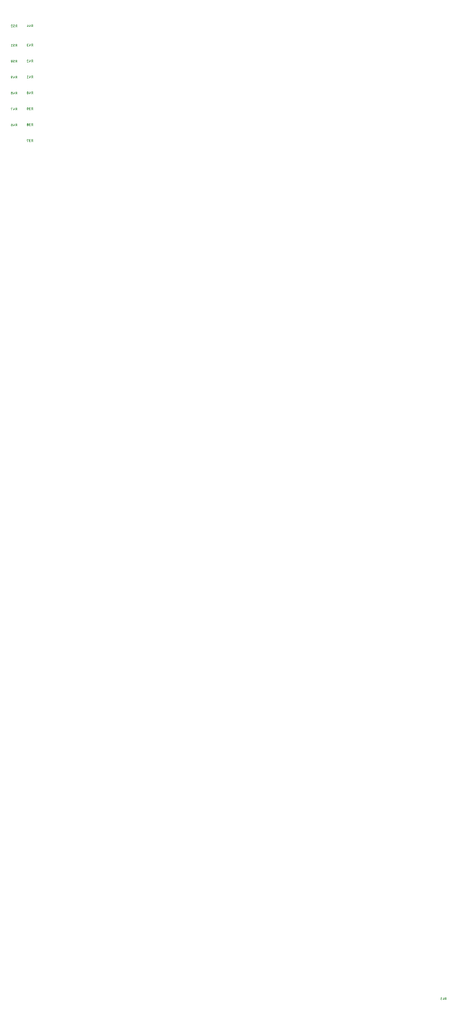
<source format=gbr>
G04 EAGLE Gerber RS-274X export*
G75*
%MOMM*%
%FSLAX34Y34*%
%LPD*%
%INSilkscreen Bottom*%
%IPPOS*%
%AMOC8*
5,1,8,0,0,1.08239X$1,22.5*%
G01*
%ADD10C,0.050800*%


D10*
X382697Y379234D02*
X382697Y383726D01*
X381449Y383726D01*
X381380Y383724D01*
X381312Y383718D01*
X381244Y383709D01*
X381176Y383696D01*
X381109Y383679D01*
X381044Y383658D01*
X380979Y383634D01*
X380916Y383607D01*
X380855Y383576D01*
X380795Y383541D01*
X380738Y383504D01*
X380682Y383463D01*
X380629Y383419D01*
X380579Y383373D01*
X380531Y383323D01*
X380486Y383271D01*
X380443Y383217D01*
X380404Y383161D01*
X380368Y383102D01*
X380335Y383042D01*
X380306Y382979D01*
X380280Y382916D01*
X380258Y382851D01*
X380239Y382784D01*
X380224Y382717D01*
X380213Y382649D01*
X380205Y382581D01*
X380201Y382512D01*
X380201Y382444D01*
X380205Y382375D01*
X380213Y382307D01*
X380224Y382239D01*
X380239Y382172D01*
X380258Y382105D01*
X380280Y382040D01*
X380306Y381977D01*
X380335Y381914D01*
X380368Y381854D01*
X380404Y381795D01*
X380443Y381739D01*
X380486Y381685D01*
X380531Y381633D01*
X380579Y381583D01*
X380629Y381537D01*
X380682Y381493D01*
X380738Y381452D01*
X380795Y381415D01*
X380855Y381380D01*
X380916Y381349D01*
X380979Y381322D01*
X381044Y381298D01*
X381109Y381277D01*
X381176Y381260D01*
X381244Y381247D01*
X381312Y381238D01*
X381380Y381232D01*
X381449Y381230D01*
X382697Y381230D01*
X381199Y381230D02*
X380201Y379234D01*
X378230Y379234D02*
X376982Y379234D01*
X376913Y379236D01*
X376845Y379242D01*
X376777Y379251D01*
X376709Y379264D01*
X376642Y379281D01*
X376577Y379302D01*
X376512Y379326D01*
X376449Y379353D01*
X376388Y379384D01*
X376328Y379419D01*
X376271Y379456D01*
X376215Y379497D01*
X376162Y379541D01*
X376112Y379587D01*
X376064Y379637D01*
X376019Y379689D01*
X375976Y379743D01*
X375937Y379799D01*
X375901Y379858D01*
X375868Y379918D01*
X375839Y379981D01*
X375813Y380044D01*
X375791Y380109D01*
X375772Y380176D01*
X375757Y380243D01*
X375746Y380311D01*
X375738Y380379D01*
X375734Y380448D01*
X375734Y380516D01*
X375738Y380585D01*
X375746Y380653D01*
X375757Y380721D01*
X375772Y380788D01*
X375791Y380855D01*
X375813Y380920D01*
X375839Y380983D01*
X375868Y381046D01*
X375901Y381106D01*
X375937Y381165D01*
X375976Y381221D01*
X376019Y381275D01*
X376064Y381327D01*
X376112Y381377D01*
X376162Y381423D01*
X376215Y381467D01*
X376271Y381508D01*
X376328Y381545D01*
X376388Y381580D01*
X376449Y381611D01*
X376512Y381638D01*
X376577Y381662D01*
X376642Y381683D01*
X376709Y381700D01*
X376777Y381713D01*
X376845Y381722D01*
X376913Y381728D01*
X376982Y381730D01*
X376732Y383726D02*
X378230Y383726D01*
X376732Y383726D02*
X376671Y383724D01*
X376609Y383718D01*
X376549Y383709D01*
X376489Y383696D01*
X376429Y383679D01*
X376371Y383659D01*
X376315Y383635D01*
X376260Y383607D01*
X376207Y383577D01*
X376155Y383543D01*
X376106Y383506D01*
X376060Y383466D01*
X376016Y383423D01*
X375974Y383377D01*
X375936Y383329D01*
X375900Y383279D01*
X375868Y383227D01*
X375839Y383173D01*
X375813Y383117D01*
X375791Y383060D01*
X375772Y383001D01*
X375757Y382942D01*
X375746Y382881D01*
X375738Y382820D01*
X375734Y382759D01*
X375734Y382697D01*
X375738Y382636D01*
X375746Y382575D01*
X375757Y382514D01*
X375772Y382455D01*
X375791Y382396D01*
X375813Y382339D01*
X375839Y382283D01*
X375868Y382229D01*
X375900Y382177D01*
X375936Y382127D01*
X375974Y382079D01*
X376016Y382033D01*
X376060Y381990D01*
X376106Y381950D01*
X376155Y381913D01*
X376207Y381879D01*
X376260Y381849D01*
X376315Y381821D01*
X376371Y381797D01*
X376429Y381777D01*
X376489Y381760D01*
X376549Y381747D01*
X376609Y381738D01*
X376671Y381732D01*
X376732Y381730D01*
X377730Y381730D01*
X373730Y383227D02*
X373730Y383726D01*
X371234Y383726D01*
X372482Y379234D01*
X382697Y412254D02*
X382697Y416746D01*
X381449Y416746D01*
X381380Y416744D01*
X381312Y416738D01*
X381244Y416729D01*
X381176Y416716D01*
X381109Y416699D01*
X381044Y416678D01*
X380979Y416654D01*
X380916Y416627D01*
X380855Y416596D01*
X380795Y416561D01*
X380738Y416524D01*
X380682Y416483D01*
X380629Y416439D01*
X380579Y416393D01*
X380531Y416343D01*
X380486Y416291D01*
X380443Y416237D01*
X380404Y416181D01*
X380368Y416122D01*
X380335Y416062D01*
X380306Y415999D01*
X380280Y415936D01*
X380258Y415871D01*
X380239Y415804D01*
X380224Y415737D01*
X380213Y415669D01*
X380205Y415601D01*
X380201Y415532D01*
X380201Y415464D01*
X380205Y415395D01*
X380213Y415327D01*
X380224Y415259D01*
X380239Y415192D01*
X380258Y415125D01*
X380280Y415060D01*
X380306Y414997D01*
X380335Y414934D01*
X380368Y414874D01*
X380404Y414815D01*
X380443Y414759D01*
X380486Y414705D01*
X380531Y414653D01*
X380579Y414603D01*
X380629Y414557D01*
X380682Y414513D01*
X380738Y414472D01*
X380795Y414435D01*
X380855Y414400D01*
X380916Y414369D01*
X380979Y414342D01*
X381044Y414318D01*
X381109Y414297D01*
X381176Y414280D01*
X381244Y414267D01*
X381312Y414258D01*
X381380Y414252D01*
X381449Y414250D01*
X382697Y414250D01*
X381199Y414250D02*
X380201Y412254D01*
X378230Y412254D02*
X376982Y412254D01*
X376913Y412256D01*
X376845Y412262D01*
X376777Y412271D01*
X376709Y412284D01*
X376642Y412301D01*
X376577Y412322D01*
X376512Y412346D01*
X376449Y412373D01*
X376388Y412404D01*
X376328Y412439D01*
X376271Y412476D01*
X376215Y412517D01*
X376162Y412561D01*
X376112Y412607D01*
X376064Y412657D01*
X376019Y412709D01*
X375976Y412763D01*
X375937Y412819D01*
X375901Y412878D01*
X375868Y412938D01*
X375839Y413001D01*
X375813Y413064D01*
X375791Y413129D01*
X375772Y413196D01*
X375757Y413263D01*
X375746Y413331D01*
X375738Y413399D01*
X375734Y413468D01*
X375734Y413536D01*
X375738Y413605D01*
X375746Y413673D01*
X375757Y413741D01*
X375772Y413808D01*
X375791Y413875D01*
X375813Y413940D01*
X375839Y414003D01*
X375868Y414066D01*
X375901Y414126D01*
X375937Y414185D01*
X375976Y414241D01*
X376019Y414295D01*
X376064Y414347D01*
X376112Y414397D01*
X376162Y414443D01*
X376215Y414487D01*
X376271Y414528D01*
X376328Y414565D01*
X376388Y414600D01*
X376449Y414631D01*
X376512Y414658D01*
X376577Y414682D01*
X376642Y414703D01*
X376709Y414720D01*
X376777Y414733D01*
X376845Y414742D01*
X376913Y414748D01*
X376982Y414750D01*
X376732Y416746D02*
X378230Y416746D01*
X376732Y416746D02*
X376671Y416744D01*
X376609Y416738D01*
X376549Y416729D01*
X376489Y416716D01*
X376429Y416699D01*
X376371Y416679D01*
X376315Y416655D01*
X376260Y416627D01*
X376207Y416597D01*
X376155Y416563D01*
X376106Y416526D01*
X376060Y416486D01*
X376016Y416443D01*
X375974Y416397D01*
X375936Y416349D01*
X375900Y416299D01*
X375868Y416247D01*
X375839Y416193D01*
X375813Y416137D01*
X375791Y416080D01*
X375772Y416021D01*
X375757Y415962D01*
X375746Y415901D01*
X375738Y415840D01*
X375734Y415779D01*
X375734Y415717D01*
X375738Y415656D01*
X375746Y415595D01*
X375757Y415534D01*
X375772Y415475D01*
X375791Y415416D01*
X375813Y415359D01*
X375839Y415303D01*
X375868Y415249D01*
X375900Y415197D01*
X375936Y415147D01*
X375974Y415099D01*
X376016Y415053D01*
X376060Y415010D01*
X376106Y414970D01*
X376155Y414933D01*
X376207Y414899D01*
X376260Y414869D01*
X376315Y414841D01*
X376371Y414817D01*
X376429Y414797D01*
X376489Y414780D01*
X376549Y414767D01*
X376609Y414758D01*
X376671Y414752D01*
X376732Y414750D01*
X377730Y414750D01*
X373730Y413502D02*
X373728Y413571D01*
X373722Y413639D01*
X373713Y413707D01*
X373700Y413775D01*
X373683Y413842D01*
X373662Y413907D01*
X373638Y413972D01*
X373611Y414035D01*
X373580Y414096D01*
X373545Y414156D01*
X373508Y414213D01*
X373467Y414269D01*
X373423Y414322D01*
X373377Y414372D01*
X373327Y414420D01*
X373275Y414465D01*
X373221Y414508D01*
X373165Y414547D01*
X373106Y414583D01*
X373046Y414616D01*
X372983Y414645D01*
X372920Y414671D01*
X372855Y414693D01*
X372788Y414712D01*
X372721Y414727D01*
X372653Y414738D01*
X372585Y414746D01*
X372516Y414750D01*
X372448Y414750D01*
X372379Y414746D01*
X372311Y414738D01*
X372243Y414727D01*
X372176Y414712D01*
X372109Y414693D01*
X372044Y414671D01*
X371981Y414645D01*
X371918Y414616D01*
X371858Y414583D01*
X371799Y414547D01*
X371743Y414508D01*
X371689Y414465D01*
X371637Y414420D01*
X371587Y414372D01*
X371541Y414322D01*
X371497Y414269D01*
X371456Y414213D01*
X371419Y414156D01*
X371384Y414096D01*
X371353Y414035D01*
X371326Y413972D01*
X371302Y413907D01*
X371281Y413842D01*
X371264Y413775D01*
X371251Y413707D01*
X371242Y413639D01*
X371236Y413571D01*
X371234Y413502D01*
X371236Y413433D01*
X371242Y413365D01*
X371251Y413297D01*
X371264Y413229D01*
X371281Y413162D01*
X371302Y413097D01*
X371326Y413032D01*
X371353Y412969D01*
X371384Y412908D01*
X371419Y412848D01*
X371456Y412791D01*
X371497Y412735D01*
X371541Y412682D01*
X371587Y412632D01*
X371637Y412584D01*
X371689Y412539D01*
X371743Y412496D01*
X371799Y412457D01*
X371858Y412421D01*
X371918Y412388D01*
X371981Y412359D01*
X372044Y412333D01*
X372109Y412311D01*
X372176Y412292D01*
X372243Y412277D01*
X372311Y412266D01*
X372379Y412258D01*
X372448Y412254D01*
X372516Y412254D01*
X372585Y412258D01*
X372653Y412266D01*
X372721Y412277D01*
X372788Y412292D01*
X372855Y412311D01*
X372920Y412333D01*
X372983Y412359D01*
X373046Y412388D01*
X373106Y412421D01*
X373165Y412457D01*
X373221Y412496D01*
X373275Y412539D01*
X373327Y412584D01*
X373377Y412632D01*
X373423Y412682D01*
X373467Y412735D01*
X373508Y412791D01*
X373545Y412848D01*
X373580Y412908D01*
X373611Y412969D01*
X373638Y413032D01*
X373662Y413097D01*
X373683Y413162D01*
X373700Y413229D01*
X373713Y413297D01*
X373722Y413365D01*
X373728Y413433D01*
X373730Y413502D01*
X373480Y415748D02*
X373478Y415809D01*
X373472Y415871D01*
X373463Y415931D01*
X373450Y415991D01*
X373433Y416051D01*
X373413Y416109D01*
X373389Y416165D01*
X373361Y416220D01*
X373331Y416273D01*
X373297Y416325D01*
X373260Y416374D01*
X373220Y416420D01*
X373177Y416464D01*
X373131Y416506D01*
X373083Y416544D01*
X373033Y416580D01*
X372981Y416612D01*
X372927Y416641D01*
X372871Y416667D01*
X372814Y416689D01*
X372755Y416708D01*
X372696Y416723D01*
X372635Y416734D01*
X372574Y416742D01*
X372513Y416746D01*
X372451Y416746D01*
X372390Y416742D01*
X372329Y416734D01*
X372268Y416723D01*
X372209Y416708D01*
X372150Y416689D01*
X372093Y416667D01*
X372037Y416641D01*
X371983Y416612D01*
X371931Y416580D01*
X371881Y416544D01*
X371833Y416506D01*
X371787Y416464D01*
X371744Y416420D01*
X371704Y416374D01*
X371667Y416325D01*
X371633Y416273D01*
X371603Y416220D01*
X371575Y416165D01*
X371551Y416109D01*
X371531Y416051D01*
X371514Y415991D01*
X371501Y415931D01*
X371492Y415871D01*
X371486Y415809D01*
X371484Y415748D01*
X371486Y415687D01*
X371492Y415625D01*
X371501Y415565D01*
X371514Y415505D01*
X371531Y415445D01*
X371551Y415387D01*
X371575Y415331D01*
X371603Y415276D01*
X371633Y415223D01*
X371667Y415171D01*
X371704Y415122D01*
X371744Y415076D01*
X371787Y415032D01*
X371833Y414990D01*
X371881Y414952D01*
X371931Y414916D01*
X371983Y414884D01*
X372037Y414855D01*
X372093Y414829D01*
X372150Y414807D01*
X372209Y414788D01*
X372268Y414773D01*
X372329Y414762D01*
X372390Y414754D01*
X372451Y414750D01*
X372513Y414750D01*
X372574Y414754D01*
X372635Y414762D01*
X372696Y414773D01*
X372755Y414788D01*
X372814Y414807D01*
X372871Y414829D01*
X372927Y414855D01*
X372981Y414884D01*
X373033Y414916D01*
X373083Y414952D01*
X373131Y414990D01*
X373177Y415032D01*
X373220Y415076D01*
X373260Y415122D01*
X373297Y415171D01*
X373331Y415223D01*
X373361Y415276D01*
X373389Y415331D01*
X373413Y415387D01*
X373433Y415445D01*
X373450Y415505D01*
X373463Y415565D01*
X373472Y415625D01*
X373478Y415687D01*
X373480Y415748D01*
X382697Y445274D02*
X382697Y449766D01*
X381449Y449766D01*
X381380Y449764D01*
X381312Y449758D01*
X381244Y449749D01*
X381176Y449736D01*
X381109Y449719D01*
X381044Y449698D01*
X380979Y449674D01*
X380916Y449647D01*
X380855Y449616D01*
X380795Y449581D01*
X380738Y449544D01*
X380682Y449503D01*
X380629Y449459D01*
X380579Y449413D01*
X380531Y449363D01*
X380486Y449311D01*
X380443Y449257D01*
X380404Y449201D01*
X380368Y449142D01*
X380335Y449082D01*
X380306Y449019D01*
X380280Y448956D01*
X380258Y448891D01*
X380239Y448824D01*
X380224Y448757D01*
X380213Y448689D01*
X380205Y448621D01*
X380201Y448552D01*
X380201Y448484D01*
X380205Y448415D01*
X380213Y448347D01*
X380224Y448279D01*
X380239Y448212D01*
X380258Y448145D01*
X380280Y448080D01*
X380306Y448017D01*
X380335Y447954D01*
X380368Y447894D01*
X380404Y447835D01*
X380443Y447779D01*
X380486Y447725D01*
X380531Y447673D01*
X380579Y447623D01*
X380629Y447577D01*
X380682Y447533D01*
X380738Y447492D01*
X380795Y447455D01*
X380855Y447420D01*
X380916Y447389D01*
X380979Y447362D01*
X381044Y447338D01*
X381109Y447317D01*
X381176Y447300D01*
X381244Y447287D01*
X381312Y447278D01*
X381380Y447272D01*
X381449Y447270D01*
X382697Y447270D01*
X381199Y447270D02*
X380201Y445274D01*
X378230Y445274D02*
X376982Y445274D01*
X376913Y445276D01*
X376845Y445282D01*
X376777Y445291D01*
X376709Y445304D01*
X376642Y445321D01*
X376577Y445342D01*
X376512Y445366D01*
X376449Y445393D01*
X376388Y445424D01*
X376328Y445459D01*
X376271Y445496D01*
X376215Y445537D01*
X376162Y445581D01*
X376112Y445627D01*
X376064Y445677D01*
X376019Y445729D01*
X375976Y445783D01*
X375937Y445839D01*
X375901Y445898D01*
X375868Y445958D01*
X375839Y446021D01*
X375813Y446084D01*
X375791Y446149D01*
X375772Y446216D01*
X375757Y446283D01*
X375746Y446351D01*
X375738Y446419D01*
X375734Y446488D01*
X375734Y446556D01*
X375738Y446625D01*
X375746Y446693D01*
X375757Y446761D01*
X375772Y446828D01*
X375791Y446895D01*
X375813Y446960D01*
X375839Y447023D01*
X375868Y447086D01*
X375901Y447146D01*
X375937Y447205D01*
X375976Y447261D01*
X376019Y447315D01*
X376064Y447367D01*
X376112Y447417D01*
X376162Y447463D01*
X376215Y447507D01*
X376271Y447548D01*
X376328Y447585D01*
X376388Y447620D01*
X376449Y447651D01*
X376512Y447678D01*
X376577Y447702D01*
X376642Y447723D01*
X376709Y447740D01*
X376777Y447753D01*
X376845Y447762D01*
X376913Y447768D01*
X376982Y447770D01*
X376732Y449766D02*
X378230Y449766D01*
X376732Y449766D02*
X376671Y449764D01*
X376609Y449758D01*
X376549Y449749D01*
X376489Y449736D01*
X376429Y449719D01*
X376371Y449699D01*
X376315Y449675D01*
X376260Y449647D01*
X376207Y449617D01*
X376155Y449583D01*
X376106Y449546D01*
X376060Y449506D01*
X376016Y449463D01*
X375974Y449417D01*
X375936Y449369D01*
X375900Y449319D01*
X375868Y449267D01*
X375839Y449213D01*
X375813Y449157D01*
X375791Y449100D01*
X375772Y449041D01*
X375757Y448982D01*
X375746Y448921D01*
X375738Y448860D01*
X375734Y448799D01*
X375734Y448737D01*
X375738Y448676D01*
X375746Y448615D01*
X375757Y448554D01*
X375772Y448495D01*
X375791Y448436D01*
X375813Y448379D01*
X375839Y448323D01*
X375868Y448269D01*
X375900Y448217D01*
X375936Y448167D01*
X375974Y448119D01*
X376016Y448073D01*
X376060Y448030D01*
X376106Y447990D01*
X376155Y447953D01*
X376207Y447919D01*
X376260Y447889D01*
X376315Y447861D01*
X376371Y447837D01*
X376429Y447817D01*
X376489Y447800D01*
X376549Y447787D01*
X376609Y447778D01*
X376671Y447772D01*
X376732Y447770D01*
X377730Y447770D01*
X372731Y447270D02*
X371234Y447270D01*
X372731Y447271D02*
X372791Y447273D01*
X372851Y447278D01*
X372911Y447287D01*
X372970Y447300D01*
X373028Y447316D01*
X373085Y447336D01*
X373141Y447359D01*
X373195Y447385D01*
X373247Y447415D01*
X373298Y447448D01*
X373346Y447483D01*
X373393Y447522D01*
X373437Y447563D01*
X373478Y447607D01*
X373517Y447654D01*
X373552Y447702D01*
X373585Y447753D01*
X373615Y447805D01*
X373641Y447859D01*
X373664Y447915D01*
X373684Y447972D01*
X373700Y448030D01*
X373713Y448089D01*
X373722Y448149D01*
X373727Y448209D01*
X373729Y448269D01*
X373730Y448269D02*
X373730Y448518D01*
X373728Y448587D01*
X373722Y448655D01*
X373713Y448723D01*
X373700Y448791D01*
X373683Y448858D01*
X373662Y448923D01*
X373638Y448988D01*
X373611Y449051D01*
X373580Y449112D01*
X373545Y449172D01*
X373508Y449229D01*
X373467Y449285D01*
X373423Y449338D01*
X373377Y449388D01*
X373327Y449436D01*
X373275Y449481D01*
X373221Y449524D01*
X373165Y449563D01*
X373106Y449599D01*
X373046Y449632D01*
X372983Y449661D01*
X372920Y449687D01*
X372855Y449709D01*
X372788Y449728D01*
X372721Y449743D01*
X372653Y449754D01*
X372585Y449762D01*
X372516Y449766D01*
X372448Y449766D01*
X372379Y449762D01*
X372311Y449754D01*
X372243Y449743D01*
X372176Y449728D01*
X372109Y449709D01*
X372044Y449687D01*
X371981Y449661D01*
X371918Y449632D01*
X371858Y449599D01*
X371799Y449563D01*
X371743Y449524D01*
X371689Y449481D01*
X371637Y449436D01*
X371587Y449388D01*
X371541Y449338D01*
X371497Y449285D01*
X371456Y449229D01*
X371419Y449172D01*
X371384Y449112D01*
X371353Y449051D01*
X371326Y448988D01*
X371302Y448923D01*
X371281Y448858D01*
X371264Y448791D01*
X371251Y448723D01*
X371242Y448655D01*
X371236Y448587D01*
X371234Y448518D01*
X371234Y447270D01*
X371236Y447183D01*
X371242Y447096D01*
X371251Y447009D01*
X371264Y446923D01*
X371281Y446838D01*
X371302Y446753D01*
X371326Y446670D01*
X371354Y446587D01*
X371386Y446506D01*
X371421Y446426D01*
X371460Y446348D01*
X371501Y446272D01*
X371547Y446198D01*
X371595Y446125D01*
X371646Y446055D01*
X371701Y445987D01*
X371758Y445922D01*
X371819Y445859D01*
X371882Y445798D01*
X371947Y445741D01*
X372015Y445686D01*
X372085Y445635D01*
X372158Y445587D01*
X372232Y445541D01*
X372308Y445500D01*
X372386Y445461D01*
X372466Y445426D01*
X372547Y445394D01*
X372630Y445366D01*
X372713Y445342D01*
X372798Y445321D01*
X372883Y445304D01*
X372969Y445291D01*
X373056Y445282D01*
X373143Y445276D01*
X373230Y445274D01*
X382697Y478294D02*
X382697Y482786D01*
X381449Y482786D01*
X381380Y482784D01*
X381312Y482778D01*
X381244Y482769D01*
X381176Y482756D01*
X381109Y482739D01*
X381044Y482718D01*
X380979Y482694D01*
X380916Y482667D01*
X380855Y482636D01*
X380795Y482601D01*
X380738Y482564D01*
X380682Y482523D01*
X380629Y482479D01*
X380579Y482433D01*
X380531Y482383D01*
X380486Y482331D01*
X380443Y482277D01*
X380404Y482221D01*
X380368Y482162D01*
X380335Y482102D01*
X380306Y482039D01*
X380280Y481976D01*
X380258Y481911D01*
X380239Y481844D01*
X380224Y481777D01*
X380213Y481709D01*
X380205Y481641D01*
X380201Y481572D01*
X380201Y481504D01*
X380205Y481435D01*
X380213Y481367D01*
X380224Y481299D01*
X380239Y481232D01*
X380258Y481165D01*
X380280Y481100D01*
X380306Y481037D01*
X380335Y480974D01*
X380368Y480914D01*
X380404Y480855D01*
X380443Y480799D01*
X380486Y480745D01*
X380531Y480693D01*
X380579Y480643D01*
X380629Y480597D01*
X380682Y480553D01*
X380738Y480512D01*
X380795Y480475D01*
X380855Y480440D01*
X380916Y480409D01*
X380979Y480382D01*
X381044Y480358D01*
X381109Y480337D01*
X381176Y480320D01*
X381244Y480307D01*
X381312Y480298D01*
X381380Y480292D01*
X381449Y480290D01*
X382697Y480290D01*
X381199Y480290D02*
X380201Y478294D01*
X378230Y479292D02*
X377231Y482786D01*
X378230Y479292D02*
X375734Y479292D01*
X376483Y480290D02*
X376483Y478294D01*
X373730Y480540D02*
X373728Y480660D01*
X373722Y480780D01*
X373713Y480899D01*
X373699Y481018D01*
X373682Y481137D01*
X373660Y481255D01*
X373635Y481372D01*
X373606Y481489D01*
X373574Y481604D01*
X373537Y481719D01*
X373497Y481832D01*
X373454Y481943D01*
X373406Y482054D01*
X373356Y482162D01*
X373355Y482162D02*
X373334Y482219D01*
X373309Y482273D01*
X373280Y482327D01*
X373248Y482378D01*
X373213Y482427D01*
X373175Y482473D01*
X373133Y482517D01*
X373089Y482558D01*
X373043Y482596D01*
X372994Y482631D01*
X372942Y482663D01*
X372889Y482691D01*
X372834Y482716D01*
X372778Y482737D01*
X372720Y482755D01*
X372662Y482768D01*
X372602Y482778D01*
X372542Y482784D01*
X372482Y482786D01*
X372422Y482784D01*
X372362Y482778D01*
X372302Y482768D01*
X372244Y482755D01*
X372186Y482737D01*
X372130Y482716D01*
X372075Y482691D01*
X372022Y482663D01*
X371970Y482631D01*
X371921Y482596D01*
X371875Y482558D01*
X371831Y482517D01*
X371789Y482473D01*
X371751Y482427D01*
X371716Y482378D01*
X371684Y482327D01*
X371655Y482274D01*
X371630Y482219D01*
X371609Y482162D01*
X371608Y482162D02*
X371558Y482054D01*
X371510Y481943D01*
X371467Y481832D01*
X371427Y481719D01*
X371390Y481604D01*
X371358Y481489D01*
X371329Y481372D01*
X371304Y481255D01*
X371282Y481137D01*
X371265Y481018D01*
X371251Y480899D01*
X371242Y480780D01*
X371236Y480660D01*
X371234Y480540D01*
X373730Y480540D02*
X373728Y480420D01*
X373722Y480300D01*
X373713Y480181D01*
X373699Y480062D01*
X373682Y479943D01*
X373660Y479825D01*
X373635Y479708D01*
X373606Y479591D01*
X373574Y479476D01*
X373537Y479362D01*
X373497Y479248D01*
X373454Y479137D01*
X373406Y479027D01*
X373356Y478918D01*
X373355Y478918D02*
X373334Y478861D01*
X373309Y478807D01*
X373280Y478753D01*
X373248Y478702D01*
X373213Y478653D01*
X373175Y478607D01*
X373133Y478563D01*
X373089Y478522D01*
X373043Y478484D01*
X372994Y478449D01*
X372942Y478417D01*
X372889Y478389D01*
X372834Y478364D01*
X372778Y478343D01*
X372720Y478325D01*
X372662Y478312D01*
X372602Y478302D01*
X372542Y478296D01*
X372482Y478294D01*
X371608Y478918D02*
X371558Y479027D01*
X371510Y479137D01*
X371467Y479248D01*
X371427Y479362D01*
X371390Y479476D01*
X371358Y479591D01*
X371329Y479708D01*
X371304Y479825D01*
X371282Y479943D01*
X371265Y480062D01*
X371251Y480181D01*
X371242Y480300D01*
X371236Y480420D01*
X371234Y480540D01*
X371609Y478918D02*
X371630Y478861D01*
X371655Y478806D01*
X371684Y478753D01*
X371716Y478702D01*
X371751Y478653D01*
X371789Y478607D01*
X371831Y478563D01*
X371875Y478522D01*
X371921Y478484D01*
X371970Y478449D01*
X372022Y478417D01*
X372075Y478389D01*
X372130Y478364D01*
X372186Y478343D01*
X372244Y478325D01*
X372302Y478312D01*
X372362Y478302D01*
X372422Y478296D01*
X372482Y478294D01*
X373480Y479292D02*
X371484Y481788D01*
X382697Y511314D02*
X382697Y515806D01*
X381449Y515806D01*
X381380Y515804D01*
X381312Y515798D01*
X381244Y515789D01*
X381176Y515776D01*
X381109Y515759D01*
X381044Y515738D01*
X380979Y515714D01*
X380916Y515687D01*
X380855Y515656D01*
X380795Y515621D01*
X380738Y515584D01*
X380682Y515543D01*
X380629Y515499D01*
X380579Y515453D01*
X380531Y515403D01*
X380486Y515351D01*
X380443Y515297D01*
X380404Y515241D01*
X380368Y515182D01*
X380335Y515122D01*
X380306Y515059D01*
X380280Y514996D01*
X380258Y514931D01*
X380239Y514864D01*
X380224Y514797D01*
X380213Y514729D01*
X380205Y514661D01*
X380201Y514592D01*
X380201Y514524D01*
X380205Y514455D01*
X380213Y514387D01*
X380224Y514319D01*
X380239Y514252D01*
X380258Y514185D01*
X380280Y514120D01*
X380306Y514057D01*
X380335Y513994D01*
X380368Y513934D01*
X380404Y513875D01*
X380443Y513819D01*
X380486Y513765D01*
X380531Y513713D01*
X380579Y513663D01*
X380629Y513617D01*
X380682Y513573D01*
X380738Y513532D01*
X380795Y513495D01*
X380855Y513460D01*
X380916Y513429D01*
X380979Y513402D01*
X381044Y513378D01*
X381109Y513357D01*
X381176Y513340D01*
X381244Y513327D01*
X381312Y513318D01*
X381380Y513312D01*
X381449Y513310D01*
X382697Y513310D01*
X381199Y513310D02*
X380201Y511314D01*
X378230Y512312D02*
X377231Y515806D01*
X378230Y512312D02*
X375734Y512312D01*
X376483Y513310D02*
X376483Y511314D01*
X373730Y514808D02*
X372482Y515806D01*
X372482Y511314D01*
X373730Y511314D02*
X371234Y511314D01*
X382697Y544334D02*
X382697Y548826D01*
X381449Y548826D01*
X381380Y548824D01*
X381312Y548818D01*
X381244Y548809D01*
X381176Y548796D01*
X381109Y548779D01*
X381044Y548758D01*
X380979Y548734D01*
X380916Y548707D01*
X380855Y548676D01*
X380795Y548641D01*
X380738Y548604D01*
X380682Y548563D01*
X380629Y548519D01*
X380579Y548473D01*
X380531Y548423D01*
X380486Y548371D01*
X380443Y548317D01*
X380404Y548261D01*
X380368Y548202D01*
X380335Y548142D01*
X380306Y548079D01*
X380280Y548016D01*
X380258Y547951D01*
X380239Y547884D01*
X380224Y547817D01*
X380213Y547749D01*
X380205Y547681D01*
X380201Y547612D01*
X380201Y547544D01*
X380205Y547475D01*
X380213Y547407D01*
X380224Y547339D01*
X380239Y547272D01*
X380258Y547205D01*
X380280Y547140D01*
X380306Y547077D01*
X380335Y547014D01*
X380368Y546954D01*
X380404Y546895D01*
X380443Y546839D01*
X380486Y546785D01*
X380531Y546733D01*
X380579Y546683D01*
X380629Y546637D01*
X380682Y546593D01*
X380738Y546552D01*
X380795Y546515D01*
X380855Y546480D01*
X380916Y546449D01*
X380979Y546422D01*
X381044Y546398D01*
X381109Y546377D01*
X381176Y546360D01*
X381244Y546347D01*
X381312Y546338D01*
X381380Y546332D01*
X381449Y546330D01*
X382697Y546330D01*
X381199Y546330D02*
X380201Y544334D01*
X378230Y545332D02*
X377231Y548826D01*
X378230Y545332D02*
X375734Y545332D01*
X376483Y546330D02*
X376483Y544334D01*
X372357Y548826D02*
X372292Y548824D01*
X372227Y548818D01*
X372162Y548809D01*
X372098Y548796D01*
X372035Y548779D01*
X371973Y548758D01*
X371912Y548734D01*
X371853Y548707D01*
X371796Y548676D01*
X371740Y548641D01*
X371686Y548604D01*
X371635Y548563D01*
X371586Y548520D01*
X371540Y548474D01*
X371497Y548425D01*
X371456Y548374D01*
X371419Y548320D01*
X371384Y548265D01*
X371353Y548207D01*
X371326Y548148D01*
X371302Y548087D01*
X371281Y548025D01*
X371264Y547962D01*
X371251Y547898D01*
X371242Y547833D01*
X371236Y547768D01*
X371234Y547703D01*
X372357Y548826D02*
X372430Y548824D01*
X372502Y548819D01*
X372574Y548810D01*
X372645Y548797D01*
X372716Y548781D01*
X372786Y548761D01*
X372855Y548737D01*
X372922Y548711D01*
X372988Y548681D01*
X373053Y548647D01*
X373115Y548611D01*
X373176Y548571D01*
X373235Y548528D01*
X373291Y548483D01*
X373345Y548434D01*
X373397Y548383D01*
X373446Y548330D01*
X373492Y548274D01*
X373536Y548216D01*
X373576Y548155D01*
X373613Y548093D01*
X373647Y548029D01*
X373678Y547963D01*
X373706Y547896D01*
X373730Y547828D01*
X371608Y546830D02*
X371562Y546876D01*
X371519Y546924D01*
X371478Y546975D01*
X371440Y547028D01*
X371405Y547083D01*
X371374Y547140D01*
X371345Y547198D01*
X371319Y547258D01*
X371297Y547319D01*
X371278Y547381D01*
X371262Y547445D01*
X371250Y547509D01*
X371241Y547573D01*
X371236Y547638D01*
X371234Y547703D01*
X371608Y546830D02*
X373730Y544334D01*
X371234Y544334D01*
X382697Y577354D02*
X382697Y581846D01*
X381449Y581846D01*
X381380Y581844D01*
X381312Y581838D01*
X381244Y581829D01*
X381176Y581816D01*
X381109Y581799D01*
X381044Y581778D01*
X380979Y581754D01*
X380916Y581727D01*
X380855Y581696D01*
X380795Y581661D01*
X380738Y581624D01*
X380682Y581583D01*
X380629Y581539D01*
X380579Y581493D01*
X380531Y581443D01*
X380486Y581391D01*
X380443Y581337D01*
X380404Y581281D01*
X380368Y581222D01*
X380335Y581162D01*
X380306Y581099D01*
X380280Y581036D01*
X380258Y580971D01*
X380239Y580904D01*
X380224Y580837D01*
X380213Y580769D01*
X380205Y580701D01*
X380201Y580632D01*
X380201Y580564D01*
X380205Y580495D01*
X380213Y580427D01*
X380224Y580359D01*
X380239Y580292D01*
X380258Y580225D01*
X380280Y580160D01*
X380306Y580097D01*
X380335Y580034D01*
X380368Y579974D01*
X380404Y579915D01*
X380443Y579859D01*
X380486Y579805D01*
X380531Y579753D01*
X380579Y579703D01*
X380629Y579657D01*
X380682Y579613D01*
X380738Y579572D01*
X380795Y579535D01*
X380855Y579500D01*
X380916Y579469D01*
X380979Y579442D01*
X381044Y579418D01*
X381109Y579397D01*
X381176Y579380D01*
X381244Y579367D01*
X381312Y579358D01*
X381380Y579352D01*
X381449Y579350D01*
X382697Y579350D01*
X381199Y579350D02*
X380201Y577354D01*
X378230Y578352D02*
X377231Y581846D01*
X378230Y578352D02*
X375734Y578352D01*
X376483Y579350D02*
X376483Y577354D01*
X373730Y577354D02*
X372482Y577354D01*
X372413Y577356D01*
X372345Y577362D01*
X372277Y577371D01*
X372209Y577384D01*
X372142Y577401D01*
X372077Y577422D01*
X372012Y577446D01*
X371949Y577473D01*
X371888Y577504D01*
X371828Y577539D01*
X371771Y577576D01*
X371715Y577617D01*
X371662Y577661D01*
X371612Y577707D01*
X371564Y577757D01*
X371519Y577809D01*
X371476Y577863D01*
X371437Y577919D01*
X371401Y577978D01*
X371368Y578038D01*
X371339Y578101D01*
X371313Y578164D01*
X371291Y578229D01*
X371272Y578296D01*
X371257Y578363D01*
X371246Y578431D01*
X371238Y578499D01*
X371234Y578568D01*
X371234Y578636D01*
X371238Y578705D01*
X371246Y578773D01*
X371257Y578841D01*
X371272Y578908D01*
X371291Y578975D01*
X371313Y579040D01*
X371339Y579103D01*
X371368Y579166D01*
X371401Y579226D01*
X371437Y579285D01*
X371476Y579341D01*
X371519Y579395D01*
X371564Y579447D01*
X371612Y579497D01*
X371662Y579543D01*
X371715Y579587D01*
X371771Y579628D01*
X371828Y579665D01*
X371888Y579700D01*
X371949Y579731D01*
X372012Y579758D01*
X372077Y579782D01*
X372142Y579803D01*
X372209Y579820D01*
X372277Y579833D01*
X372345Y579842D01*
X372413Y579848D01*
X372482Y579850D01*
X372232Y581846D02*
X373730Y581846D01*
X372232Y581846D02*
X372171Y581844D01*
X372109Y581838D01*
X372049Y581829D01*
X371989Y581816D01*
X371929Y581799D01*
X371871Y581779D01*
X371815Y581755D01*
X371760Y581727D01*
X371707Y581697D01*
X371655Y581663D01*
X371606Y581626D01*
X371560Y581586D01*
X371516Y581543D01*
X371474Y581497D01*
X371436Y581449D01*
X371400Y581399D01*
X371368Y581347D01*
X371339Y581293D01*
X371313Y581237D01*
X371291Y581180D01*
X371272Y581121D01*
X371257Y581062D01*
X371246Y581001D01*
X371238Y580940D01*
X371234Y580879D01*
X371234Y580817D01*
X371238Y580756D01*
X371246Y580695D01*
X371257Y580634D01*
X371272Y580575D01*
X371291Y580516D01*
X371313Y580459D01*
X371339Y580403D01*
X371368Y580349D01*
X371400Y580297D01*
X371436Y580247D01*
X371474Y580199D01*
X371516Y580153D01*
X371560Y580110D01*
X371606Y580070D01*
X371655Y580033D01*
X371707Y579999D01*
X371760Y579969D01*
X371815Y579941D01*
X371871Y579917D01*
X371929Y579897D01*
X371989Y579880D01*
X372049Y579867D01*
X372109Y579858D01*
X372171Y579852D01*
X372232Y579850D01*
X373230Y579850D01*
X382697Y617374D02*
X382697Y621866D01*
X381449Y621866D01*
X381380Y621864D01*
X381312Y621858D01*
X381244Y621849D01*
X381176Y621836D01*
X381109Y621819D01*
X381044Y621798D01*
X380979Y621774D01*
X380916Y621747D01*
X380855Y621716D01*
X380795Y621681D01*
X380738Y621644D01*
X380682Y621603D01*
X380629Y621559D01*
X380579Y621513D01*
X380531Y621463D01*
X380486Y621411D01*
X380443Y621357D01*
X380404Y621301D01*
X380368Y621242D01*
X380335Y621182D01*
X380306Y621119D01*
X380280Y621056D01*
X380258Y620991D01*
X380239Y620924D01*
X380224Y620857D01*
X380213Y620789D01*
X380205Y620721D01*
X380201Y620652D01*
X380201Y620584D01*
X380205Y620515D01*
X380213Y620447D01*
X380224Y620379D01*
X380239Y620312D01*
X380258Y620245D01*
X380280Y620180D01*
X380306Y620117D01*
X380335Y620054D01*
X380368Y619994D01*
X380404Y619935D01*
X380443Y619879D01*
X380486Y619825D01*
X380531Y619773D01*
X380579Y619723D01*
X380629Y619677D01*
X380682Y619633D01*
X380738Y619592D01*
X380795Y619555D01*
X380855Y619520D01*
X380916Y619489D01*
X380979Y619462D01*
X381044Y619438D01*
X381109Y619417D01*
X381176Y619400D01*
X381244Y619387D01*
X381312Y619378D01*
X381380Y619372D01*
X381449Y619370D01*
X382697Y619370D01*
X381199Y619370D02*
X380201Y617374D01*
X378230Y618372D02*
X377231Y621866D01*
X378230Y618372D02*
X375734Y618372D01*
X376483Y619370D02*
X376483Y617374D01*
X373730Y618372D02*
X372731Y621866D01*
X373730Y618372D02*
X371234Y618372D01*
X371983Y619370D02*
X371983Y617374D01*
X1241666Y-1395434D02*
X1241666Y-1399926D01*
X1241666Y-1395434D02*
X1240418Y-1395434D01*
X1240349Y-1395436D01*
X1240281Y-1395442D01*
X1240213Y-1395451D01*
X1240145Y-1395464D01*
X1240078Y-1395481D01*
X1240013Y-1395502D01*
X1239948Y-1395526D01*
X1239885Y-1395553D01*
X1239824Y-1395584D01*
X1239764Y-1395619D01*
X1239707Y-1395656D01*
X1239651Y-1395697D01*
X1239598Y-1395741D01*
X1239548Y-1395787D01*
X1239500Y-1395837D01*
X1239455Y-1395889D01*
X1239412Y-1395943D01*
X1239373Y-1395999D01*
X1239337Y-1396058D01*
X1239304Y-1396118D01*
X1239275Y-1396181D01*
X1239249Y-1396244D01*
X1239227Y-1396309D01*
X1239208Y-1396376D01*
X1239193Y-1396443D01*
X1239182Y-1396511D01*
X1239174Y-1396579D01*
X1239170Y-1396648D01*
X1239170Y-1396716D01*
X1239174Y-1396785D01*
X1239182Y-1396853D01*
X1239193Y-1396921D01*
X1239208Y-1396988D01*
X1239227Y-1397055D01*
X1239249Y-1397120D01*
X1239275Y-1397183D01*
X1239304Y-1397246D01*
X1239337Y-1397306D01*
X1239373Y-1397365D01*
X1239412Y-1397421D01*
X1239455Y-1397475D01*
X1239500Y-1397527D01*
X1239548Y-1397577D01*
X1239598Y-1397623D01*
X1239651Y-1397667D01*
X1239707Y-1397708D01*
X1239764Y-1397745D01*
X1239824Y-1397780D01*
X1239885Y-1397811D01*
X1239948Y-1397838D01*
X1240013Y-1397862D01*
X1240078Y-1397883D01*
X1240145Y-1397900D01*
X1240213Y-1397913D01*
X1240281Y-1397922D01*
X1240349Y-1397928D01*
X1240418Y-1397930D01*
X1241666Y-1397930D01*
X1240169Y-1397930D02*
X1239170Y-1399926D01*
X1237199Y-1398928D02*
X1236201Y-1395434D01*
X1237199Y-1398928D02*
X1234703Y-1398928D01*
X1235452Y-1397930D02*
X1235452Y-1399926D01*
X1232699Y-1399926D02*
X1231202Y-1399926D01*
X1231139Y-1399924D01*
X1231077Y-1399918D01*
X1231015Y-1399908D01*
X1230954Y-1399895D01*
X1230894Y-1399877D01*
X1230835Y-1399856D01*
X1230777Y-1399831D01*
X1230721Y-1399803D01*
X1230667Y-1399771D01*
X1230615Y-1399735D01*
X1230566Y-1399697D01*
X1230519Y-1399656D01*
X1230475Y-1399611D01*
X1230433Y-1399564D01*
X1230395Y-1399515D01*
X1230359Y-1399463D01*
X1230327Y-1399409D01*
X1230299Y-1399353D01*
X1230274Y-1399295D01*
X1230253Y-1399236D01*
X1230235Y-1399176D01*
X1230222Y-1399115D01*
X1230212Y-1399053D01*
X1230206Y-1398991D01*
X1230204Y-1398928D01*
X1230203Y-1398928D02*
X1230203Y-1398429D01*
X1230204Y-1398429D02*
X1230206Y-1398369D01*
X1230211Y-1398309D01*
X1230220Y-1398249D01*
X1230233Y-1398190D01*
X1230249Y-1398132D01*
X1230269Y-1398075D01*
X1230292Y-1398019D01*
X1230318Y-1397965D01*
X1230348Y-1397913D01*
X1230381Y-1397862D01*
X1230416Y-1397814D01*
X1230455Y-1397767D01*
X1230496Y-1397723D01*
X1230540Y-1397682D01*
X1230587Y-1397643D01*
X1230635Y-1397608D01*
X1230686Y-1397575D01*
X1230738Y-1397545D01*
X1230792Y-1397519D01*
X1230848Y-1397496D01*
X1230905Y-1397476D01*
X1230963Y-1397460D01*
X1231022Y-1397447D01*
X1231082Y-1397438D01*
X1231142Y-1397433D01*
X1231202Y-1397431D01*
X1231202Y-1397430D02*
X1232699Y-1397430D01*
X1232699Y-1395434D01*
X1230203Y-1395434D01*
X349677Y411954D02*
X349677Y416446D01*
X348429Y416446D01*
X348360Y416444D01*
X348292Y416438D01*
X348224Y416429D01*
X348156Y416416D01*
X348089Y416399D01*
X348024Y416378D01*
X347959Y416354D01*
X347896Y416327D01*
X347835Y416296D01*
X347775Y416261D01*
X347718Y416224D01*
X347662Y416183D01*
X347609Y416139D01*
X347559Y416093D01*
X347511Y416043D01*
X347466Y415991D01*
X347423Y415937D01*
X347384Y415881D01*
X347348Y415822D01*
X347315Y415762D01*
X347286Y415699D01*
X347260Y415636D01*
X347238Y415571D01*
X347219Y415504D01*
X347204Y415437D01*
X347193Y415369D01*
X347185Y415301D01*
X347181Y415232D01*
X347181Y415164D01*
X347185Y415095D01*
X347193Y415027D01*
X347204Y414959D01*
X347219Y414892D01*
X347238Y414825D01*
X347260Y414760D01*
X347286Y414697D01*
X347315Y414634D01*
X347348Y414574D01*
X347384Y414515D01*
X347423Y414459D01*
X347466Y414405D01*
X347511Y414353D01*
X347559Y414303D01*
X347609Y414257D01*
X347662Y414213D01*
X347718Y414172D01*
X347775Y414135D01*
X347835Y414100D01*
X347896Y414069D01*
X347959Y414042D01*
X348024Y414018D01*
X348089Y413997D01*
X348156Y413980D01*
X348224Y413967D01*
X348292Y413958D01*
X348360Y413952D01*
X348429Y413950D01*
X349677Y413950D01*
X348179Y413950D02*
X347181Y411954D01*
X345210Y412952D02*
X344211Y416446D01*
X345210Y412952D02*
X342714Y412952D01*
X343463Y413950D02*
X343463Y411954D01*
X340710Y414450D02*
X339212Y414450D01*
X339212Y414449D02*
X339149Y414447D01*
X339087Y414441D01*
X339025Y414431D01*
X338964Y414418D01*
X338904Y414400D01*
X338845Y414379D01*
X338787Y414354D01*
X338731Y414326D01*
X338677Y414294D01*
X338625Y414258D01*
X338576Y414220D01*
X338529Y414179D01*
X338485Y414134D01*
X338443Y414087D01*
X338405Y414038D01*
X338369Y413986D01*
X338337Y413932D01*
X338309Y413876D01*
X338284Y413818D01*
X338263Y413759D01*
X338245Y413699D01*
X338232Y413638D01*
X338222Y413576D01*
X338216Y413514D01*
X338214Y413451D01*
X338214Y413202D01*
X338216Y413133D01*
X338222Y413065D01*
X338231Y412997D01*
X338244Y412929D01*
X338261Y412862D01*
X338282Y412797D01*
X338306Y412732D01*
X338333Y412669D01*
X338364Y412608D01*
X338399Y412548D01*
X338436Y412491D01*
X338477Y412435D01*
X338521Y412382D01*
X338567Y412332D01*
X338617Y412284D01*
X338669Y412239D01*
X338723Y412196D01*
X338779Y412157D01*
X338838Y412121D01*
X338898Y412088D01*
X338961Y412059D01*
X339024Y412033D01*
X339089Y412011D01*
X339156Y411992D01*
X339223Y411977D01*
X339291Y411966D01*
X339359Y411958D01*
X339428Y411954D01*
X339496Y411954D01*
X339565Y411958D01*
X339633Y411966D01*
X339701Y411977D01*
X339768Y411992D01*
X339835Y412011D01*
X339900Y412033D01*
X339963Y412059D01*
X340026Y412088D01*
X340086Y412121D01*
X340145Y412157D01*
X340201Y412196D01*
X340255Y412239D01*
X340307Y412284D01*
X340357Y412332D01*
X340403Y412382D01*
X340447Y412435D01*
X340488Y412491D01*
X340525Y412548D01*
X340560Y412608D01*
X340591Y412669D01*
X340618Y412732D01*
X340642Y412797D01*
X340663Y412862D01*
X340680Y412929D01*
X340693Y412997D01*
X340702Y413065D01*
X340708Y413133D01*
X340710Y413202D01*
X340710Y414450D01*
X340709Y414450D02*
X340707Y414537D01*
X340701Y414624D01*
X340692Y414711D01*
X340679Y414797D01*
X340662Y414882D01*
X340641Y414967D01*
X340617Y415050D01*
X340589Y415133D01*
X340557Y415214D01*
X340522Y415294D01*
X340483Y415372D01*
X340442Y415448D01*
X340396Y415522D01*
X340348Y415595D01*
X340297Y415665D01*
X340242Y415733D01*
X340185Y415798D01*
X340124Y415861D01*
X340061Y415922D01*
X339996Y415979D01*
X339928Y416034D01*
X339858Y416085D01*
X339785Y416133D01*
X339711Y416179D01*
X339635Y416220D01*
X339557Y416259D01*
X339477Y416294D01*
X339396Y416326D01*
X339313Y416354D01*
X339230Y416378D01*
X339145Y416399D01*
X339060Y416416D01*
X338974Y416429D01*
X338887Y416438D01*
X338800Y416444D01*
X338713Y416446D01*
X349677Y444974D02*
X349677Y449466D01*
X348429Y449466D01*
X348360Y449464D01*
X348292Y449458D01*
X348224Y449449D01*
X348156Y449436D01*
X348089Y449419D01*
X348024Y449398D01*
X347959Y449374D01*
X347896Y449347D01*
X347835Y449316D01*
X347775Y449281D01*
X347718Y449244D01*
X347662Y449203D01*
X347609Y449159D01*
X347559Y449113D01*
X347511Y449063D01*
X347466Y449011D01*
X347423Y448957D01*
X347384Y448901D01*
X347348Y448842D01*
X347315Y448782D01*
X347286Y448719D01*
X347260Y448656D01*
X347238Y448591D01*
X347219Y448524D01*
X347204Y448457D01*
X347193Y448389D01*
X347185Y448321D01*
X347181Y448252D01*
X347181Y448184D01*
X347185Y448115D01*
X347193Y448047D01*
X347204Y447979D01*
X347219Y447912D01*
X347238Y447845D01*
X347260Y447780D01*
X347286Y447717D01*
X347315Y447654D01*
X347348Y447594D01*
X347384Y447535D01*
X347423Y447479D01*
X347466Y447425D01*
X347511Y447373D01*
X347559Y447323D01*
X347609Y447277D01*
X347662Y447233D01*
X347718Y447192D01*
X347775Y447155D01*
X347835Y447120D01*
X347896Y447089D01*
X347959Y447062D01*
X348024Y447038D01*
X348089Y447017D01*
X348156Y447000D01*
X348224Y446987D01*
X348292Y446978D01*
X348360Y446972D01*
X348429Y446970D01*
X349677Y446970D01*
X348179Y446970D02*
X347181Y444974D01*
X345210Y445972D02*
X344211Y449466D01*
X345210Y445972D02*
X342714Y445972D01*
X343463Y446970D02*
X343463Y444974D01*
X340710Y448967D02*
X340710Y449466D01*
X338214Y449466D01*
X339462Y444974D01*
X349677Y477994D02*
X349677Y482486D01*
X348429Y482486D01*
X348360Y482484D01*
X348292Y482478D01*
X348224Y482469D01*
X348156Y482456D01*
X348089Y482439D01*
X348024Y482418D01*
X347959Y482394D01*
X347896Y482367D01*
X347835Y482336D01*
X347775Y482301D01*
X347718Y482264D01*
X347662Y482223D01*
X347609Y482179D01*
X347559Y482133D01*
X347511Y482083D01*
X347466Y482031D01*
X347423Y481977D01*
X347384Y481921D01*
X347348Y481862D01*
X347315Y481802D01*
X347286Y481739D01*
X347260Y481676D01*
X347238Y481611D01*
X347219Y481544D01*
X347204Y481477D01*
X347193Y481409D01*
X347185Y481341D01*
X347181Y481272D01*
X347181Y481204D01*
X347185Y481135D01*
X347193Y481067D01*
X347204Y480999D01*
X347219Y480932D01*
X347238Y480865D01*
X347260Y480800D01*
X347286Y480737D01*
X347315Y480674D01*
X347348Y480614D01*
X347384Y480555D01*
X347423Y480499D01*
X347466Y480445D01*
X347511Y480393D01*
X347559Y480343D01*
X347609Y480297D01*
X347662Y480253D01*
X347718Y480212D01*
X347775Y480175D01*
X347835Y480140D01*
X347896Y480109D01*
X347959Y480082D01*
X348024Y480058D01*
X348089Y480037D01*
X348156Y480020D01*
X348224Y480007D01*
X348292Y479998D01*
X348360Y479992D01*
X348429Y479990D01*
X349677Y479990D01*
X348179Y479990D02*
X347181Y477994D01*
X345210Y478992D02*
X344211Y482486D01*
X345210Y478992D02*
X342714Y478992D01*
X343463Y479990D02*
X343463Y477994D01*
X340710Y479242D02*
X340708Y479311D01*
X340702Y479379D01*
X340693Y479447D01*
X340680Y479515D01*
X340663Y479582D01*
X340642Y479647D01*
X340618Y479712D01*
X340591Y479775D01*
X340560Y479836D01*
X340525Y479896D01*
X340488Y479953D01*
X340447Y480009D01*
X340403Y480062D01*
X340357Y480112D01*
X340307Y480160D01*
X340255Y480205D01*
X340201Y480248D01*
X340145Y480287D01*
X340086Y480323D01*
X340026Y480356D01*
X339963Y480385D01*
X339900Y480411D01*
X339835Y480433D01*
X339768Y480452D01*
X339701Y480467D01*
X339633Y480478D01*
X339565Y480486D01*
X339496Y480490D01*
X339428Y480490D01*
X339359Y480486D01*
X339291Y480478D01*
X339223Y480467D01*
X339156Y480452D01*
X339089Y480433D01*
X339024Y480411D01*
X338961Y480385D01*
X338898Y480356D01*
X338838Y480323D01*
X338779Y480287D01*
X338723Y480248D01*
X338669Y480205D01*
X338617Y480160D01*
X338567Y480112D01*
X338521Y480062D01*
X338477Y480009D01*
X338436Y479953D01*
X338399Y479896D01*
X338364Y479836D01*
X338333Y479775D01*
X338306Y479712D01*
X338282Y479647D01*
X338261Y479582D01*
X338244Y479515D01*
X338231Y479447D01*
X338222Y479379D01*
X338216Y479311D01*
X338214Y479242D01*
X338216Y479173D01*
X338222Y479105D01*
X338231Y479037D01*
X338244Y478969D01*
X338261Y478902D01*
X338282Y478837D01*
X338306Y478772D01*
X338333Y478709D01*
X338364Y478648D01*
X338399Y478588D01*
X338436Y478531D01*
X338477Y478475D01*
X338521Y478422D01*
X338567Y478372D01*
X338617Y478324D01*
X338669Y478279D01*
X338723Y478236D01*
X338779Y478197D01*
X338838Y478161D01*
X338898Y478128D01*
X338961Y478099D01*
X339024Y478073D01*
X339089Y478051D01*
X339156Y478032D01*
X339223Y478017D01*
X339291Y478006D01*
X339359Y477998D01*
X339428Y477994D01*
X339496Y477994D01*
X339565Y477998D01*
X339633Y478006D01*
X339701Y478017D01*
X339768Y478032D01*
X339835Y478051D01*
X339900Y478073D01*
X339963Y478099D01*
X340026Y478128D01*
X340086Y478161D01*
X340145Y478197D01*
X340201Y478236D01*
X340255Y478279D01*
X340307Y478324D01*
X340357Y478372D01*
X340403Y478422D01*
X340447Y478475D01*
X340488Y478531D01*
X340525Y478588D01*
X340560Y478648D01*
X340591Y478709D01*
X340618Y478772D01*
X340642Y478837D01*
X340663Y478902D01*
X340680Y478969D01*
X340693Y479037D01*
X340702Y479105D01*
X340708Y479173D01*
X340710Y479242D01*
X340460Y481488D02*
X340458Y481549D01*
X340452Y481611D01*
X340443Y481671D01*
X340430Y481731D01*
X340413Y481791D01*
X340393Y481849D01*
X340369Y481905D01*
X340341Y481960D01*
X340311Y482013D01*
X340277Y482065D01*
X340240Y482114D01*
X340200Y482160D01*
X340157Y482204D01*
X340111Y482246D01*
X340063Y482284D01*
X340013Y482320D01*
X339961Y482352D01*
X339907Y482381D01*
X339851Y482407D01*
X339794Y482429D01*
X339735Y482448D01*
X339676Y482463D01*
X339615Y482474D01*
X339554Y482482D01*
X339493Y482486D01*
X339431Y482486D01*
X339370Y482482D01*
X339309Y482474D01*
X339248Y482463D01*
X339189Y482448D01*
X339130Y482429D01*
X339073Y482407D01*
X339017Y482381D01*
X338963Y482352D01*
X338911Y482320D01*
X338861Y482284D01*
X338813Y482246D01*
X338767Y482204D01*
X338724Y482160D01*
X338684Y482114D01*
X338647Y482065D01*
X338613Y482013D01*
X338583Y481960D01*
X338555Y481905D01*
X338531Y481849D01*
X338511Y481791D01*
X338494Y481731D01*
X338481Y481671D01*
X338472Y481611D01*
X338466Y481549D01*
X338464Y481488D01*
X338466Y481427D01*
X338472Y481365D01*
X338481Y481305D01*
X338494Y481245D01*
X338511Y481185D01*
X338531Y481127D01*
X338555Y481071D01*
X338583Y481016D01*
X338613Y480963D01*
X338647Y480911D01*
X338684Y480862D01*
X338724Y480816D01*
X338767Y480772D01*
X338813Y480730D01*
X338861Y480692D01*
X338911Y480656D01*
X338963Y480624D01*
X339017Y480595D01*
X339073Y480569D01*
X339130Y480547D01*
X339189Y480528D01*
X339248Y480513D01*
X339309Y480502D01*
X339370Y480494D01*
X339431Y480490D01*
X339493Y480490D01*
X339554Y480494D01*
X339615Y480502D01*
X339676Y480513D01*
X339735Y480528D01*
X339794Y480547D01*
X339851Y480569D01*
X339907Y480595D01*
X339961Y480624D01*
X340013Y480656D01*
X340063Y480692D01*
X340111Y480730D01*
X340157Y480772D01*
X340200Y480816D01*
X340240Y480862D01*
X340277Y480911D01*
X340311Y480963D01*
X340341Y481016D01*
X340369Y481071D01*
X340393Y481127D01*
X340413Y481185D01*
X340430Y481245D01*
X340443Y481305D01*
X340452Y481365D01*
X340458Y481427D01*
X340460Y481488D01*
X349677Y511014D02*
X349677Y515506D01*
X348429Y515506D01*
X348360Y515504D01*
X348292Y515498D01*
X348224Y515489D01*
X348156Y515476D01*
X348089Y515459D01*
X348024Y515438D01*
X347959Y515414D01*
X347896Y515387D01*
X347835Y515356D01*
X347775Y515321D01*
X347718Y515284D01*
X347662Y515243D01*
X347609Y515199D01*
X347559Y515153D01*
X347511Y515103D01*
X347466Y515051D01*
X347423Y514997D01*
X347384Y514941D01*
X347348Y514882D01*
X347315Y514822D01*
X347286Y514759D01*
X347260Y514696D01*
X347238Y514631D01*
X347219Y514564D01*
X347204Y514497D01*
X347193Y514429D01*
X347185Y514361D01*
X347181Y514292D01*
X347181Y514224D01*
X347185Y514155D01*
X347193Y514087D01*
X347204Y514019D01*
X347219Y513952D01*
X347238Y513885D01*
X347260Y513820D01*
X347286Y513757D01*
X347315Y513694D01*
X347348Y513634D01*
X347384Y513575D01*
X347423Y513519D01*
X347466Y513465D01*
X347511Y513413D01*
X347559Y513363D01*
X347609Y513317D01*
X347662Y513273D01*
X347718Y513232D01*
X347775Y513195D01*
X347835Y513160D01*
X347896Y513129D01*
X347959Y513102D01*
X348024Y513078D01*
X348089Y513057D01*
X348156Y513040D01*
X348224Y513027D01*
X348292Y513018D01*
X348360Y513012D01*
X348429Y513010D01*
X349677Y513010D01*
X348179Y513010D02*
X347181Y511014D01*
X345210Y512012D02*
X344211Y515506D01*
X345210Y512012D02*
X342714Y512012D01*
X343463Y513010D02*
X343463Y511014D01*
X339711Y513010D02*
X338214Y513010D01*
X339711Y513011D02*
X339771Y513013D01*
X339831Y513018D01*
X339891Y513027D01*
X339950Y513040D01*
X340008Y513056D01*
X340065Y513076D01*
X340121Y513099D01*
X340175Y513125D01*
X340227Y513155D01*
X340278Y513188D01*
X340326Y513223D01*
X340373Y513262D01*
X340417Y513303D01*
X340458Y513347D01*
X340497Y513394D01*
X340532Y513442D01*
X340565Y513493D01*
X340595Y513545D01*
X340621Y513599D01*
X340644Y513655D01*
X340664Y513712D01*
X340680Y513770D01*
X340693Y513829D01*
X340702Y513889D01*
X340707Y513949D01*
X340709Y514009D01*
X340710Y514009D02*
X340710Y514258D01*
X340708Y514327D01*
X340702Y514395D01*
X340693Y514463D01*
X340680Y514531D01*
X340663Y514598D01*
X340642Y514663D01*
X340618Y514728D01*
X340591Y514791D01*
X340560Y514852D01*
X340525Y514912D01*
X340488Y514969D01*
X340447Y515025D01*
X340403Y515078D01*
X340357Y515128D01*
X340307Y515176D01*
X340255Y515221D01*
X340201Y515264D01*
X340145Y515303D01*
X340086Y515339D01*
X340026Y515372D01*
X339963Y515401D01*
X339900Y515427D01*
X339835Y515449D01*
X339768Y515468D01*
X339701Y515483D01*
X339633Y515494D01*
X339565Y515502D01*
X339496Y515506D01*
X339428Y515506D01*
X339359Y515502D01*
X339291Y515494D01*
X339223Y515483D01*
X339156Y515468D01*
X339089Y515449D01*
X339024Y515427D01*
X338961Y515401D01*
X338898Y515372D01*
X338838Y515339D01*
X338779Y515303D01*
X338723Y515264D01*
X338669Y515221D01*
X338617Y515176D01*
X338567Y515128D01*
X338521Y515078D01*
X338477Y515025D01*
X338436Y514969D01*
X338399Y514912D01*
X338364Y514852D01*
X338333Y514791D01*
X338306Y514728D01*
X338282Y514663D01*
X338261Y514598D01*
X338244Y514531D01*
X338231Y514463D01*
X338222Y514395D01*
X338216Y514327D01*
X338214Y514258D01*
X338214Y513010D01*
X338216Y512923D01*
X338222Y512836D01*
X338231Y512749D01*
X338244Y512663D01*
X338261Y512578D01*
X338282Y512493D01*
X338306Y512410D01*
X338334Y512327D01*
X338366Y512246D01*
X338401Y512166D01*
X338440Y512088D01*
X338481Y512012D01*
X338527Y511938D01*
X338575Y511865D01*
X338626Y511795D01*
X338681Y511727D01*
X338738Y511662D01*
X338799Y511599D01*
X338862Y511538D01*
X338927Y511481D01*
X338995Y511426D01*
X339065Y511375D01*
X339138Y511327D01*
X339212Y511281D01*
X339288Y511240D01*
X339366Y511201D01*
X339446Y511166D01*
X339527Y511134D01*
X339610Y511106D01*
X339693Y511082D01*
X339778Y511061D01*
X339863Y511044D01*
X339949Y511031D01*
X340036Y511022D01*
X340123Y511016D01*
X340210Y511014D01*
X349677Y544034D02*
X349677Y548526D01*
X348429Y548526D01*
X348360Y548524D01*
X348292Y548518D01*
X348224Y548509D01*
X348156Y548496D01*
X348089Y548479D01*
X348024Y548458D01*
X347959Y548434D01*
X347896Y548407D01*
X347835Y548376D01*
X347775Y548341D01*
X347718Y548304D01*
X347662Y548263D01*
X347609Y548219D01*
X347559Y548173D01*
X347511Y548123D01*
X347466Y548071D01*
X347423Y548017D01*
X347384Y547961D01*
X347348Y547902D01*
X347315Y547842D01*
X347286Y547779D01*
X347260Y547716D01*
X347238Y547651D01*
X347219Y547584D01*
X347204Y547517D01*
X347193Y547449D01*
X347185Y547381D01*
X347181Y547312D01*
X347181Y547244D01*
X347185Y547175D01*
X347193Y547107D01*
X347204Y547039D01*
X347219Y546972D01*
X347238Y546905D01*
X347260Y546840D01*
X347286Y546777D01*
X347315Y546714D01*
X347348Y546654D01*
X347384Y546595D01*
X347423Y546539D01*
X347466Y546485D01*
X347511Y546433D01*
X347559Y546383D01*
X347609Y546337D01*
X347662Y546293D01*
X347718Y546252D01*
X347775Y546215D01*
X347835Y546180D01*
X347896Y546149D01*
X347959Y546122D01*
X348024Y546098D01*
X348089Y546077D01*
X348156Y546060D01*
X348224Y546047D01*
X348292Y546038D01*
X348360Y546032D01*
X348429Y546030D01*
X349677Y546030D01*
X348179Y546030D02*
X347181Y544034D01*
X345210Y544034D02*
X343712Y544034D01*
X343652Y544036D01*
X343592Y544041D01*
X343532Y544050D01*
X343473Y544063D01*
X343415Y544079D01*
X343358Y544099D01*
X343302Y544122D01*
X343248Y544148D01*
X343196Y544178D01*
X343145Y544211D01*
X343097Y544246D01*
X343050Y544285D01*
X343006Y544326D01*
X342965Y544370D01*
X342926Y544417D01*
X342891Y544465D01*
X342858Y544516D01*
X342828Y544568D01*
X342802Y544622D01*
X342779Y544678D01*
X342759Y544735D01*
X342743Y544793D01*
X342730Y544852D01*
X342721Y544912D01*
X342716Y544972D01*
X342714Y545032D01*
X342714Y545531D01*
X342716Y545591D01*
X342721Y545651D01*
X342730Y545711D01*
X342743Y545770D01*
X342759Y545828D01*
X342779Y545885D01*
X342802Y545941D01*
X342828Y545995D01*
X342858Y546047D01*
X342891Y546098D01*
X342926Y546146D01*
X342965Y546193D01*
X343006Y546237D01*
X343050Y546278D01*
X343097Y546317D01*
X343145Y546352D01*
X343196Y546385D01*
X343248Y546415D01*
X343302Y546441D01*
X343358Y546464D01*
X343415Y546484D01*
X343473Y546500D01*
X343532Y546513D01*
X343592Y546522D01*
X343652Y546527D01*
X343712Y546529D01*
X343712Y546530D02*
X345210Y546530D01*
X345210Y548526D01*
X342714Y548526D01*
X340336Y547902D02*
X340386Y547794D01*
X340434Y547683D01*
X340477Y547572D01*
X340517Y547459D01*
X340554Y547344D01*
X340586Y547229D01*
X340615Y547112D01*
X340640Y546995D01*
X340662Y546877D01*
X340679Y546758D01*
X340693Y546639D01*
X340702Y546520D01*
X340708Y546400D01*
X340710Y546280D01*
X340335Y547902D02*
X340314Y547959D01*
X340289Y548013D01*
X340260Y548067D01*
X340228Y548118D01*
X340193Y548167D01*
X340155Y548213D01*
X340113Y548257D01*
X340069Y548298D01*
X340023Y548336D01*
X339974Y548371D01*
X339922Y548403D01*
X339869Y548431D01*
X339814Y548456D01*
X339758Y548477D01*
X339700Y548495D01*
X339642Y548508D01*
X339582Y548518D01*
X339522Y548524D01*
X339462Y548526D01*
X339402Y548524D01*
X339342Y548518D01*
X339282Y548508D01*
X339224Y548495D01*
X339166Y548477D01*
X339110Y548456D01*
X339055Y548431D01*
X339002Y548403D01*
X338950Y548371D01*
X338901Y548336D01*
X338855Y548298D01*
X338811Y548257D01*
X338769Y548213D01*
X338731Y548167D01*
X338696Y548118D01*
X338664Y548067D01*
X338635Y548014D01*
X338610Y547959D01*
X338589Y547902D01*
X338588Y547902D02*
X338538Y547794D01*
X338490Y547683D01*
X338447Y547572D01*
X338407Y547459D01*
X338370Y547344D01*
X338338Y547229D01*
X338309Y547112D01*
X338284Y546995D01*
X338262Y546877D01*
X338245Y546758D01*
X338231Y546639D01*
X338222Y546520D01*
X338216Y546400D01*
X338214Y546280D01*
X340710Y546280D02*
X340708Y546160D01*
X340702Y546040D01*
X340693Y545921D01*
X340679Y545802D01*
X340662Y545683D01*
X340640Y545565D01*
X340615Y545448D01*
X340586Y545331D01*
X340554Y545216D01*
X340517Y545102D01*
X340477Y544988D01*
X340434Y544877D01*
X340386Y544767D01*
X340336Y544658D01*
X340335Y544658D02*
X340314Y544601D01*
X340289Y544547D01*
X340260Y544493D01*
X340228Y544442D01*
X340193Y544393D01*
X340155Y544347D01*
X340113Y544303D01*
X340069Y544262D01*
X340023Y544224D01*
X339974Y544189D01*
X339922Y544157D01*
X339869Y544129D01*
X339814Y544104D01*
X339758Y544083D01*
X339700Y544065D01*
X339642Y544052D01*
X339582Y544042D01*
X339522Y544036D01*
X339462Y544034D01*
X338588Y544658D02*
X338538Y544767D01*
X338490Y544877D01*
X338447Y544988D01*
X338407Y545102D01*
X338370Y545216D01*
X338338Y545331D01*
X338309Y545448D01*
X338284Y545565D01*
X338262Y545683D01*
X338245Y545802D01*
X338231Y545921D01*
X338222Y546040D01*
X338216Y546160D01*
X338214Y546280D01*
X338589Y544658D02*
X338610Y544601D01*
X338635Y544546D01*
X338664Y544493D01*
X338696Y544442D01*
X338731Y544393D01*
X338769Y544347D01*
X338811Y544303D01*
X338855Y544262D01*
X338901Y544224D01*
X338950Y544189D01*
X339002Y544157D01*
X339055Y544129D01*
X339110Y544104D01*
X339166Y544083D01*
X339224Y544065D01*
X339282Y544052D01*
X339342Y544042D01*
X339402Y544036D01*
X339462Y544034D01*
X340460Y545032D02*
X338464Y547528D01*
X349677Y577054D02*
X349677Y581546D01*
X348429Y581546D01*
X348360Y581544D01*
X348292Y581538D01*
X348224Y581529D01*
X348156Y581516D01*
X348089Y581499D01*
X348024Y581478D01*
X347959Y581454D01*
X347896Y581427D01*
X347835Y581396D01*
X347775Y581361D01*
X347718Y581324D01*
X347662Y581283D01*
X347609Y581239D01*
X347559Y581193D01*
X347511Y581143D01*
X347466Y581091D01*
X347423Y581037D01*
X347384Y580981D01*
X347348Y580922D01*
X347315Y580862D01*
X347286Y580799D01*
X347260Y580736D01*
X347238Y580671D01*
X347219Y580604D01*
X347204Y580537D01*
X347193Y580469D01*
X347185Y580401D01*
X347181Y580332D01*
X347181Y580264D01*
X347185Y580195D01*
X347193Y580127D01*
X347204Y580059D01*
X347219Y579992D01*
X347238Y579925D01*
X347260Y579860D01*
X347286Y579797D01*
X347315Y579734D01*
X347348Y579674D01*
X347384Y579615D01*
X347423Y579559D01*
X347466Y579505D01*
X347511Y579453D01*
X347559Y579403D01*
X347609Y579357D01*
X347662Y579313D01*
X347718Y579272D01*
X347775Y579235D01*
X347835Y579200D01*
X347896Y579169D01*
X347959Y579142D01*
X348024Y579118D01*
X348089Y579097D01*
X348156Y579080D01*
X348224Y579067D01*
X348292Y579058D01*
X348360Y579052D01*
X348429Y579050D01*
X349677Y579050D01*
X348179Y579050D02*
X347181Y577054D01*
X345210Y577054D02*
X343712Y577054D01*
X343652Y577056D01*
X343592Y577061D01*
X343532Y577070D01*
X343473Y577083D01*
X343415Y577099D01*
X343358Y577119D01*
X343302Y577142D01*
X343248Y577168D01*
X343196Y577198D01*
X343145Y577231D01*
X343097Y577266D01*
X343050Y577305D01*
X343006Y577346D01*
X342965Y577390D01*
X342926Y577437D01*
X342891Y577485D01*
X342858Y577536D01*
X342828Y577588D01*
X342802Y577642D01*
X342779Y577698D01*
X342759Y577755D01*
X342743Y577813D01*
X342730Y577872D01*
X342721Y577932D01*
X342716Y577992D01*
X342714Y578052D01*
X342714Y578551D01*
X342716Y578611D01*
X342721Y578671D01*
X342730Y578731D01*
X342743Y578790D01*
X342759Y578848D01*
X342779Y578905D01*
X342802Y578961D01*
X342828Y579015D01*
X342858Y579067D01*
X342891Y579118D01*
X342926Y579166D01*
X342965Y579213D01*
X343006Y579257D01*
X343050Y579298D01*
X343097Y579337D01*
X343145Y579372D01*
X343196Y579405D01*
X343248Y579435D01*
X343302Y579461D01*
X343358Y579484D01*
X343415Y579504D01*
X343473Y579520D01*
X343532Y579533D01*
X343592Y579542D01*
X343652Y579547D01*
X343712Y579549D01*
X343712Y579550D02*
X345210Y579550D01*
X345210Y581546D01*
X342714Y581546D01*
X340710Y580548D02*
X339462Y581546D01*
X339462Y577054D01*
X340710Y577054D02*
X338214Y577054D01*
X349677Y617074D02*
X349677Y621566D01*
X348429Y621566D01*
X348360Y621564D01*
X348292Y621558D01*
X348224Y621549D01*
X348156Y621536D01*
X348089Y621519D01*
X348024Y621498D01*
X347959Y621474D01*
X347896Y621447D01*
X347835Y621416D01*
X347775Y621381D01*
X347718Y621344D01*
X347662Y621303D01*
X347609Y621259D01*
X347559Y621213D01*
X347511Y621163D01*
X347466Y621111D01*
X347423Y621057D01*
X347384Y621001D01*
X347348Y620942D01*
X347315Y620882D01*
X347286Y620819D01*
X347260Y620756D01*
X347238Y620691D01*
X347219Y620624D01*
X347204Y620557D01*
X347193Y620489D01*
X347185Y620421D01*
X347181Y620352D01*
X347181Y620284D01*
X347185Y620215D01*
X347193Y620147D01*
X347204Y620079D01*
X347219Y620012D01*
X347238Y619945D01*
X347260Y619880D01*
X347286Y619817D01*
X347315Y619754D01*
X347348Y619694D01*
X347384Y619635D01*
X347423Y619579D01*
X347466Y619525D01*
X347511Y619473D01*
X347559Y619423D01*
X347609Y619377D01*
X347662Y619333D01*
X347718Y619292D01*
X347775Y619255D01*
X347835Y619220D01*
X347896Y619189D01*
X347959Y619162D01*
X348024Y619138D01*
X348089Y619117D01*
X348156Y619100D01*
X348224Y619087D01*
X348292Y619078D01*
X348360Y619072D01*
X348429Y619070D01*
X349677Y619070D01*
X348179Y619070D02*
X347181Y617074D01*
X345210Y617074D02*
X343712Y617074D01*
X343652Y617076D01*
X343592Y617081D01*
X343532Y617090D01*
X343473Y617103D01*
X343415Y617119D01*
X343358Y617139D01*
X343302Y617162D01*
X343248Y617188D01*
X343196Y617218D01*
X343145Y617251D01*
X343097Y617286D01*
X343050Y617325D01*
X343006Y617366D01*
X342965Y617410D01*
X342926Y617457D01*
X342891Y617505D01*
X342858Y617556D01*
X342828Y617608D01*
X342802Y617662D01*
X342779Y617718D01*
X342759Y617775D01*
X342743Y617833D01*
X342730Y617892D01*
X342721Y617952D01*
X342716Y618012D01*
X342714Y618072D01*
X342714Y618571D01*
X342716Y618631D01*
X342721Y618691D01*
X342730Y618751D01*
X342743Y618810D01*
X342759Y618868D01*
X342779Y618925D01*
X342802Y618981D01*
X342828Y619035D01*
X342858Y619087D01*
X342891Y619138D01*
X342926Y619186D01*
X342965Y619233D01*
X343006Y619277D01*
X343050Y619318D01*
X343097Y619357D01*
X343145Y619392D01*
X343196Y619425D01*
X343248Y619455D01*
X343302Y619481D01*
X343358Y619504D01*
X343415Y619524D01*
X343473Y619540D01*
X343532Y619553D01*
X343592Y619562D01*
X343652Y619567D01*
X343712Y619569D01*
X343712Y619570D02*
X345210Y619570D01*
X345210Y621566D01*
X342714Y621566D01*
X339337Y621566D02*
X339272Y621564D01*
X339207Y621558D01*
X339142Y621549D01*
X339078Y621536D01*
X339015Y621519D01*
X338953Y621498D01*
X338892Y621474D01*
X338833Y621447D01*
X338776Y621416D01*
X338720Y621381D01*
X338666Y621344D01*
X338615Y621303D01*
X338566Y621260D01*
X338520Y621214D01*
X338477Y621165D01*
X338436Y621114D01*
X338399Y621060D01*
X338364Y621005D01*
X338333Y620947D01*
X338306Y620888D01*
X338282Y620827D01*
X338261Y620765D01*
X338244Y620702D01*
X338231Y620638D01*
X338222Y620573D01*
X338216Y620508D01*
X338214Y620443D01*
X339337Y621566D02*
X339410Y621564D01*
X339482Y621559D01*
X339554Y621550D01*
X339625Y621537D01*
X339696Y621521D01*
X339766Y621501D01*
X339835Y621477D01*
X339902Y621451D01*
X339968Y621421D01*
X340033Y621387D01*
X340095Y621351D01*
X340156Y621311D01*
X340215Y621268D01*
X340271Y621223D01*
X340325Y621174D01*
X340377Y621123D01*
X340426Y621070D01*
X340472Y621014D01*
X340516Y620956D01*
X340556Y620895D01*
X340593Y620833D01*
X340627Y620769D01*
X340658Y620703D01*
X340686Y620636D01*
X340710Y620568D01*
X338588Y619570D02*
X338542Y619616D01*
X338499Y619664D01*
X338458Y619715D01*
X338420Y619768D01*
X338385Y619823D01*
X338354Y619880D01*
X338325Y619938D01*
X338299Y619998D01*
X338277Y620059D01*
X338258Y620121D01*
X338242Y620185D01*
X338230Y620249D01*
X338221Y620313D01*
X338216Y620378D01*
X338214Y620443D01*
X338588Y619570D02*
X340710Y617074D01*
X338214Y617074D01*
M02*

</source>
